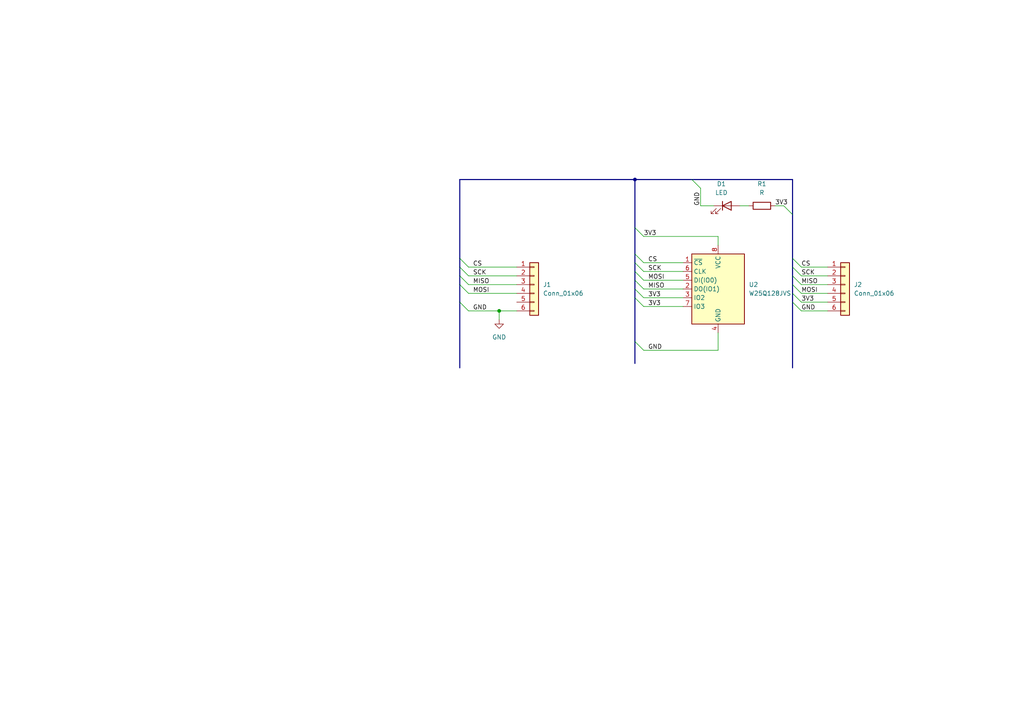
<source format=kicad_sch>
(kicad_sch (version 20231120) (generator "eeschema") (generator_version "8.0")
  (paper "A4")
  (lib_symbols
    (symbol "Connector_Generic:Conn_01x06" (pin_names (offset 1.016) hide)
      (property "Reference" "J" (at 0 7.62 0))
      (property "Value" "Conn_01x06" (at 0 -10.16 0))
      (symbol "Conn_01x06_1_1"
        (rectangle (start -1.27 -7.493) (end 0 -7.747) (stroke (width 0.1524)))
        (rectangle (start -1.27 -4.953) (end 0 -5.207) (stroke (width 0.1524)))
        (rectangle (start -1.27 -2.413) (end 0 -2.667) (stroke (width 0.1524)))
        (rectangle (start -1.27 0.127) (end 0 -0.127) (stroke (width 0.1524)))
        (rectangle (start -1.27 2.667) (end 0 2.413) (stroke (width 0.1524)))
        (rectangle (start -1.27 5.207) (end 0 4.953) (stroke (width 0.1524)))
        (rectangle (start -1.27 6.35) (end 1.27 -8.89) (stroke (width 0.254)) (fill (type background)))
        (pin passive line (at -5.08 5.08 0) (length 3.81) (name "Pin_1") (number "1"))
        (pin passive line (at -5.08 2.54 0) (length 3.81) (name "Pin_2") (number "2"))
        (pin passive line (at -5.08 0 0) (length 3.81) (name "Pin_3") (number "3"))
        (pin passive line (at -5.08 -2.54 0) (length 3.81) (name "Pin_4") (number "4"))
        (pin passive line (at -5.08 -5.08 0) (length 3.81) (name "Pin_5") (number "5"))
        (pin passive line (at -5.08 -7.62 0) (length 3.81) (name "Pin_6") (number "6"))
      )
    )
    (symbol "Device:LED" (pin_numbers hide) (pin_names (offset 1.016) hide)
      (property "Reference" "D" (at 0 2.54 0))
      (property "Value" "LED" (at 0 -2.54 0))
      (symbol "LED_0_1"
        (polyline (pts (xy -1.27 -1.27) (xy -1.27 1.27)) (stroke (width 0.254)))
        (polyline (pts (xy -1.27 0) (xy 1.27 0)))
        (polyline (pts (xy 1.27 -1.27) (xy 1.27 1.27) (xy -1.27 0) (xy 1.27 -1.27)) (stroke (width 0.254)))
        (polyline (pts (xy -3.048 -0.762) (xy -4.572 -2.286) (xy -3.81 -2.286) (xy -4.572 -2.286) (xy -4.572 -1.524)))
        (polyline (pts (xy -1.778 -0.762) (xy -3.302 -2.286) (xy -2.54 -2.286) (xy -3.302 -2.286) (xy -3.302 -1.524)))
      )
      (symbol "LED_1_1"
        (pin passive line (at -3.81 0 0) (length 2.54) (name "K") (number "1"))
        (pin passive line (at 3.81 0 180) (length 2.54) (name "A") (number "2"))
      )
    )
    (symbol "Device:R" (pin_numbers hide) (pin_names (offset 0))
      (property "Reference" "R" (at 2.032 0 90))
      (property "Value" "R" (at 0 0 90))
      (symbol "R_0_1"
        (rectangle (start -1.016 -2.54) (end 1.016 2.54) (stroke (width 0.254)))
      )
      (symbol "R_1_1"
        (pin passive line (at 0 3.81 270) (length 1.27) (name "~") (number "1"))
        (pin passive line (at 0 -3.81 90) (length 1.27) (name "~") (number "2"))
      )
    )
    (symbol "Memory_Flash:W25Q128JVS"
      (property "Reference" "U" (at -6.35 11.43 0))
      (property "Value" "W25Q128JVS" (at 7.62 11.43 0))
      (symbol "W25Q128JVS_0_1"
        (rectangle (start -7.62 10.16) (end 7.62 -10.16) (stroke (width 0.254)) (fill (type background)))
      )
      (symbol "W25Q128JVS_1_1"
        (pin input line (at -10.16 7.62 0) (length 2.54) (name "~{CS}") (number "1"))
        (pin bidirectional line (at -10.16 0 0) (length 2.54) (name "DO(IO1)") (number "2"))
        (pin bidirectional line (at -10.16 -2.54 0) (length 2.54) (name "IO2") (number "3"))
        (pin power_in line (at 0 -12.7 90) (length 2.54) (name "GND") (number "4"))
        (pin bidirectional line (at -10.16 2.54 0) (length 2.54) (name "DI(IO0)") (number "5"))
        (pin input line (at -10.16 5.08 0) (length 2.54) (name "CLK") (number "6"))
        (pin bidirectional line (at -10.16 -5.08 0) (length 2.54) (name "IO3") (number "7"))
        (pin power_in line (at 0 12.7 270) (length 2.54) (name "VCC") (number "8"))
      )
    )
    (symbol "power:GND" (power) (pin_numbers hide) (pin_names (offset 0) hide)
      (property "Value" "GND" (at 0 -3.81 0))
      (symbol "GND_0_1"
        (polyline (pts (xy 0 0) (xy 0 -1.27) (xy 1.27 -1.27) (xy 0 -2.54) (xy -1.27 -1.27) (xy 0 -1.27)))
      )
      (symbol "GND_1_1"
        (pin power_in line (at 0 0 270) (length 0) (name "~") (number "1"))
      )
    )
  )
  (junction (at 144.78 90.17))
  (junction (at 184.15 52.07))
  (bus_entry (at 133.35 74.93) (size 2.54 2.54))
  (bus_entry (at 229.87 77.47) (size 2.54 2.54))
  (bus_entry (at 184.15 99.06) (size 2.54 2.54))
  (bus_entry (at 184.15 83.82) (size 2.54 2.54))
  (bus_entry (at 229.87 87.63) (size 2.54 2.54))
  (bus_entry (at 229.87 80.01) (size 2.54 2.54))
  (bus_entry (at 184.15 73.66) (size 2.54 2.54))
  (bus_entry (at 229.87 82.55) (size 2.54 2.54))
  (bus_entry (at 133.35 77.47) (size 2.54 2.54))
  (bus_entry (at 229.87 74.93) (size 2.54 2.54))
  (bus_entry (at 200.66 52.07) (size 2.54 2.54))
  (bus_entry (at 184.15 76.2) (size 2.54 2.54))
  (bus_entry (at 133.35 80.01) (size 2.54 2.54))
  (bus_entry (at 133.35 82.55) (size 2.54 2.54))
  (bus_entry (at 184.15 81.28) (size 2.54 2.54))
  (bus_entry (at 184.15 78.74) (size 2.54 2.54))
  (bus_entry (at 184.15 86.36) (size 2.54 2.54))
  (bus_entry (at 227.33 59.69) (size 2.54 2.54))
  (bus_entry (at 133.35 87.63) (size 2.54 2.54))
  (bus_entry (at 229.87 85.09) (size 2.54 2.54))
  (bus_entry (at 184.15 66.04) (size 2.54 2.54))
  (wire (pts (xy 232.41 90.17) (xy 240.03 90.17)))
  (bus (pts (xy 229.87 74.93) (xy 229.87 77.47)))
  (bus (pts (xy 133.35 52.07) (xy 133.35 74.93)))
  (bus (pts (xy 133.35 82.55) (xy 133.35 87.63)))
  (wire (pts (xy 214.63 59.69) (xy 217.17 59.69)))
  (bus (pts (xy 229.87 52.07) (xy 229.87 62.23)))
  (wire (pts (xy 144.78 90.17) (xy 149.86 90.17)))
  (bus (pts (xy 184.15 52.07) (xy 133.35 52.07)))
  (wire (pts (xy 232.41 80.01) (xy 240.03 80.01)))
  (bus (pts (xy 229.87 62.23) (xy 229.87 74.93)))
  (wire (pts (xy 232.41 87.63) (xy 240.03 87.63)))
  (wire (pts (xy 208.28 96.52) (xy 208.28 101.6)))
  (bus (pts (xy 184.15 76.2) (xy 184.15 73.66)))
  (wire (pts (xy 208.28 68.58) (xy 208.28 71.12)))
  (wire (pts (xy 135.89 85.09) (xy 149.86 85.09)))
  (wire (pts (xy 186.69 76.2) (xy 198.12 76.2)))
  (wire (pts (xy 144.78 90.17) (xy 144.78 92.71)))
  (wire (pts (xy 224.79 59.69) (xy 227.33 59.69)))
  (bus (pts (xy 184.15 81.28) (xy 184.15 78.74)))
  (wire (pts (xy 186.69 83.82) (xy 198.12 83.82)))
  (wire (pts (xy 135.89 80.01) (xy 149.86 80.01)))
  (bus (pts (xy 184.15 52.07) (xy 200.66 52.07)))
  (bus (pts (xy 184.15 105.41) (xy 184.15 99.06)))
  (wire (pts (xy 232.41 77.47) (xy 240.03 77.47)))
  (bus (pts (xy 133.35 74.93) (xy 133.35 77.47)))
  (bus (pts (xy 184.15 99.06) (xy 184.15 86.36)))
  (bus (pts (xy 133.35 77.47) (xy 133.35 80.01)))
  (wire (pts (xy 135.89 90.17) (xy 144.78 90.17)))
  (bus (pts (xy 184.15 66.04) (xy 184.15 73.66)))
  (wire (pts (xy 186.69 81.28) (xy 198.12 81.28)))
  (bus (pts (xy 200.66 52.07) (xy 229.87 52.07)))
  (wire (pts (xy 203.2 54.61) (xy 203.2 59.69)))
  (bus (pts (xy 184.15 86.36) (xy 184.15 83.82)))
  (wire (pts (xy 135.89 82.55) (xy 149.86 82.55)))
  (bus (pts (xy 133.35 87.63) (xy 133.35 106.68)))
  (bus (pts (xy 229.87 87.63) (xy 229.87 106.68)))
  (wire (pts (xy 186.69 86.36) (xy 198.12 86.36)))
  (wire (pts (xy 207.01 59.69) (xy 203.2 59.69)))
  (bus (pts (xy 184.15 52.07) (xy 184.15 66.04)))
  (bus (pts (xy 229.87 80.01) (xy 229.87 82.55)))
  (bus (pts (xy 229.87 77.47) (xy 229.87 80.01)))
  (wire (pts (xy 186.69 88.9) (xy 198.12 88.9)))
  (bus (pts (xy 184.15 83.82) (xy 184.15 81.28)))
  (wire (pts (xy 186.69 101.6) (xy 208.28 101.6)))
  (wire (pts (xy 135.89 77.47) (xy 149.86 77.47)))
  (bus (pts (xy 229.87 85.09) (xy 229.87 87.63)))
  (wire (pts (xy 186.69 68.58) (xy 208.28 68.58)))
  (wire (pts (xy 186.69 78.74) (xy 198.12 78.74)))
  (bus (pts (xy 133.35 80.01) (xy 133.35 82.55)))
  (bus (pts (xy 229.87 82.55) (xy 229.87 85.09)))
  (bus (pts (xy 184.15 78.74) (xy 184.15 76.2)))
  (wire (pts (xy 232.41 82.55) (xy 240.03 82.55)))
  (wire (pts (xy 232.41 85.09) (xy 240.03 85.09)))
  (label "SCK" (at 232.41 80.01 0))
  (label "GND" (at 137.16 90.17 0))
  (label "MISO" (at 187.96 83.82 0))
  (label "MOSI" (at 187.96 81.28 0))
  (label "MISO" (at 232.41 82.55 0))
  (label "CS" (at 137.16 77.47 0))
  (label "CS" (at 187.96 76.2 0))
  (label "3V3" (at 187.96 88.9 0))
  (label "SCK" (at 187.96 78.74 0))
  (label "GND" (at 187.96 101.6 0))
  (label "CS" (at 232.41 77.47 0))
  (label "SCK" (at 137.16 80.01 0))
  (label "3V3" (at 187.96 86.36 0))
  (label "3V3" (at 232.41 87.63 0))
  (label "MOSI" (at 232.41 85.09 0))
  (label "3V3" (at 224.79 59.69 0))
  (label "GND" (at 232.41 90.17 0))
  (label "MISO" (at 137.16 82.55 0))
  (label "GND" (at 203.2 59.69 90))
  (label "3V3" (at 186.69 68.58 0))
  (label "MOSI" (at 137.16 85.09 0))
  (symbol (lib_id "Device:LED") (at 210.82 59.69 0) (unit 1)
    (property "Reference" "D1" (at 209.2325 53.34 0))
    (property "Value" "LED" (at 209.2325 55.88 0))
    (property "Footprint" "LED_THT:LED_D5.0mm" (effects (hide yes)))
    (property "Description" "Light emitting diode" (effects (hide yes)))
  )
  (symbol (lib_id "Connector_Generic:Conn_01x06") (at 245.11 82.55 0) (unit 1)
    (property "Reference" "J2" (at 247.65 82.5499 0) (effects (justify left)))
    (property "Value" "Conn_01x06" (at 247.65 85.0899 0) (effects (justify left)))
    (property "Footprint" "Connector_PinHeader_2.54mm:PinHeader_1x06_P2.54mm_Vertical" (effects (hide yes)))
    (property "Description" "Generic connector, single row, 01x06, script generated (kicad-library-utils/schlib/autogen/connector/)" (effects (hide yes)))
  )
  (symbol (lib_id "Memory_Flash:W25Q128JVS") (at 208.28 83.82 0) (unit 1)
    (property "Reference" "U2" (at 217.17 82.5499 0) (effects (justify left)))
    (property "Value" "W25Q128JVS" (at 217.17 85.0899 0) (effects (justify left)))
    (property "Footprint" "Package_SO:SOIC-8_5.23x5.23mm_P1.27mm" (effects (hide yes)))
    (property "Datasheet" "https://www.winbond.com/resource-files/w25q128jv_dtr%20revc%2003272018%20plus.pdf" (effects (hide yes)))
    (property "Description" "128Mb Serial Flash Memory, Standard/Dual/Quad SPI, SOIC-8" (effects (hide yes)))
  )
  (symbol (lib_id "power:GND") (at 144.78 92.71 0) (unit 1)
    (property "Reference" "#PWR01" (effects (hide yes)))
    (property "Value" "GND" (at 144.78 97.79 0))
    (property "Description" "Power symbol creates a global label with name \"GND\" , ground" (effects (hide yes)))
  )
  (symbol (lib_id "Device:R") (at 220.98 59.69 90) (unit 1)
    (property "Reference" "R1" (at 220.98 53.34 90))
    (property "Value" "R" (at 220.98 55.88 90))
    (property "Footprint" "Resistor_THT:R_Axial_DIN0411_L9.9mm_D3.6mm_P25.40mm_Horizontal" (effects (hide yes)))
    (property "Description" "Resistor" (effects (hide yes)))
  )
  (symbol (lib_id "Connector_Generic:Conn_01x06") (at 154.94 82.55 0) (unit 1)
    (property "Reference" "J1" (at 157.48 82.5499 0) (effects (justify left)))
    (property "Value" "Conn_01x06" (at 157.48 85.0899 0) (effects (justify left)))
    (property "Footprint" "Connector_PinHeader_2.54mm:PinHeader_1x06_P2.54mm_Vertical" (effects (hide yes)))
    (property "Description" "Generic connector, single row, 01x06, script generated (kicad-library-utils/schlib/autogen/connector/)" (effects (hide yes)))
  )
)
</source>
